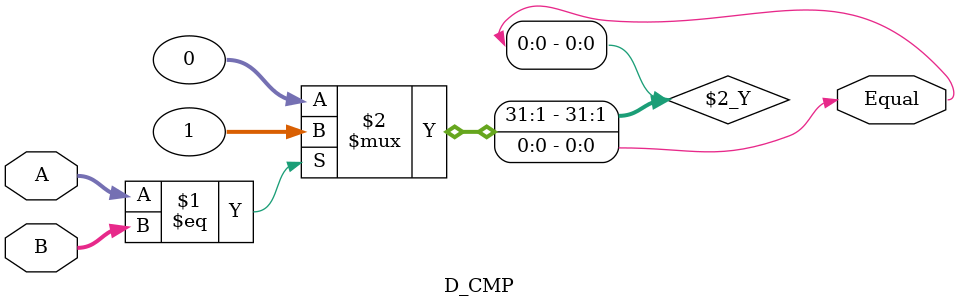
<source format=v>
`timescale 1ns / 1ps
`default_nettype none
module D_CMP(
    input wire [31:0] A,
    input wire [31:0] B,
    output wire Equal
    );
	assign Equal = (A==B)? 1:0;

endmodule

</source>
